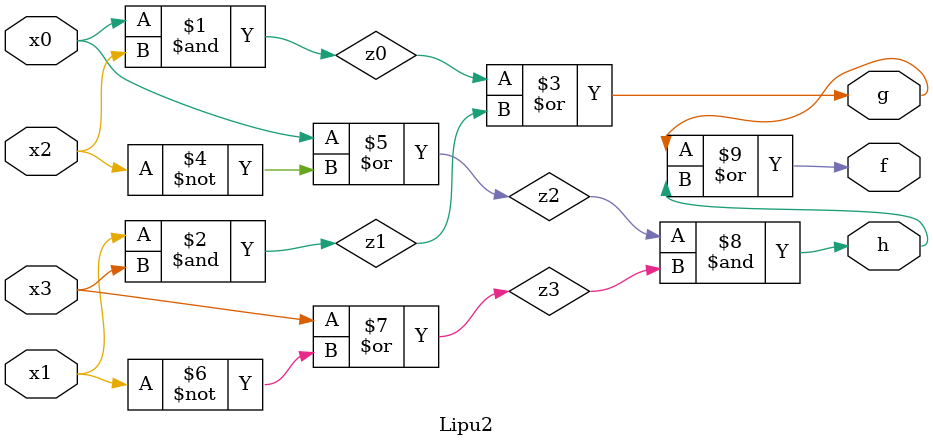
<source format=v>
module Lipu2 (
    input  wire x0,
    input  wire x1,
    input  wire x2,
    input  wire x3,
    output wire g,
    output wire f,
    output wire h
);
    wire z0,z1,z2,z3;

    assign z0 = x0 & x2;      
    assign z1 = x1 & x3;      
    assign g  = z0 | z1;      
    assign z2 = x0 | ~x2;     
    assign z3 = x3 | ~x1;     
    assign h  = z2 & z3;     
    assign f  = g | h;   
endmodule

</source>
